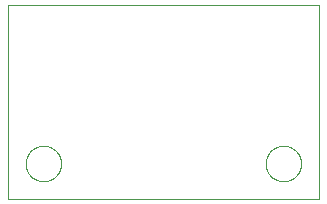
<source format=gbp>
G75*
%MOIN*%
%OFA0B0*%
%FSLAX25Y25*%
%IPPOS*%
%LPD*%
%AMOC8*
5,1,8,0,0,1.08239X$1,22.5*
%
%ADD10C,0.00100*%
%ADD11C,0.00000*%
D10*
X0001350Y0007294D02*
X0001350Y0071861D01*
X0104972Y0071861D01*
X0104972Y0007294D01*
X0001350Y0007294D01*
D11*
X0007255Y0019106D02*
X0007257Y0019259D01*
X0007263Y0019413D01*
X0007273Y0019566D01*
X0007287Y0019718D01*
X0007305Y0019871D01*
X0007327Y0020022D01*
X0007352Y0020173D01*
X0007382Y0020324D01*
X0007416Y0020474D01*
X0007453Y0020622D01*
X0007494Y0020770D01*
X0007539Y0020916D01*
X0007588Y0021062D01*
X0007641Y0021206D01*
X0007697Y0021348D01*
X0007757Y0021489D01*
X0007821Y0021629D01*
X0007888Y0021767D01*
X0007959Y0021903D01*
X0008034Y0022037D01*
X0008111Y0022169D01*
X0008193Y0022299D01*
X0008277Y0022427D01*
X0008365Y0022553D01*
X0008456Y0022676D01*
X0008550Y0022797D01*
X0008648Y0022915D01*
X0008748Y0023031D01*
X0008852Y0023144D01*
X0008958Y0023255D01*
X0009067Y0023363D01*
X0009179Y0023468D01*
X0009293Y0023569D01*
X0009411Y0023668D01*
X0009530Y0023764D01*
X0009652Y0023857D01*
X0009777Y0023946D01*
X0009904Y0024033D01*
X0010033Y0024115D01*
X0010164Y0024195D01*
X0010297Y0024271D01*
X0010432Y0024344D01*
X0010569Y0024413D01*
X0010708Y0024478D01*
X0010848Y0024540D01*
X0010990Y0024598D01*
X0011133Y0024653D01*
X0011278Y0024704D01*
X0011424Y0024751D01*
X0011571Y0024794D01*
X0011719Y0024833D01*
X0011868Y0024869D01*
X0012018Y0024900D01*
X0012169Y0024928D01*
X0012320Y0024952D01*
X0012473Y0024972D01*
X0012625Y0024988D01*
X0012778Y0025000D01*
X0012931Y0025008D01*
X0013084Y0025012D01*
X0013238Y0025012D01*
X0013391Y0025008D01*
X0013544Y0025000D01*
X0013697Y0024988D01*
X0013849Y0024972D01*
X0014002Y0024952D01*
X0014153Y0024928D01*
X0014304Y0024900D01*
X0014454Y0024869D01*
X0014603Y0024833D01*
X0014751Y0024794D01*
X0014898Y0024751D01*
X0015044Y0024704D01*
X0015189Y0024653D01*
X0015332Y0024598D01*
X0015474Y0024540D01*
X0015614Y0024478D01*
X0015753Y0024413D01*
X0015890Y0024344D01*
X0016025Y0024271D01*
X0016158Y0024195D01*
X0016289Y0024115D01*
X0016418Y0024033D01*
X0016545Y0023946D01*
X0016670Y0023857D01*
X0016792Y0023764D01*
X0016911Y0023668D01*
X0017029Y0023569D01*
X0017143Y0023468D01*
X0017255Y0023363D01*
X0017364Y0023255D01*
X0017470Y0023144D01*
X0017574Y0023031D01*
X0017674Y0022915D01*
X0017772Y0022797D01*
X0017866Y0022676D01*
X0017957Y0022553D01*
X0018045Y0022427D01*
X0018129Y0022299D01*
X0018211Y0022169D01*
X0018288Y0022037D01*
X0018363Y0021903D01*
X0018434Y0021767D01*
X0018501Y0021629D01*
X0018565Y0021489D01*
X0018625Y0021348D01*
X0018681Y0021206D01*
X0018734Y0021062D01*
X0018783Y0020916D01*
X0018828Y0020770D01*
X0018869Y0020622D01*
X0018906Y0020474D01*
X0018940Y0020324D01*
X0018970Y0020173D01*
X0018995Y0020022D01*
X0019017Y0019871D01*
X0019035Y0019718D01*
X0019049Y0019566D01*
X0019059Y0019413D01*
X0019065Y0019259D01*
X0019067Y0019106D01*
X0019065Y0018953D01*
X0019059Y0018799D01*
X0019049Y0018646D01*
X0019035Y0018494D01*
X0019017Y0018341D01*
X0018995Y0018190D01*
X0018970Y0018039D01*
X0018940Y0017888D01*
X0018906Y0017738D01*
X0018869Y0017590D01*
X0018828Y0017442D01*
X0018783Y0017296D01*
X0018734Y0017150D01*
X0018681Y0017006D01*
X0018625Y0016864D01*
X0018565Y0016723D01*
X0018501Y0016583D01*
X0018434Y0016445D01*
X0018363Y0016309D01*
X0018288Y0016175D01*
X0018211Y0016043D01*
X0018129Y0015913D01*
X0018045Y0015785D01*
X0017957Y0015659D01*
X0017866Y0015536D01*
X0017772Y0015415D01*
X0017674Y0015297D01*
X0017574Y0015181D01*
X0017470Y0015068D01*
X0017364Y0014957D01*
X0017255Y0014849D01*
X0017143Y0014744D01*
X0017029Y0014643D01*
X0016911Y0014544D01*
X0016792Y0014448D01*
X0016670Y0014355D01*
X0016545Y0014266D01*
X0016418Y0014179D01*
X0016289Y0014097D01*
X0016158Y0014017D01*
X0016025Y0013941D01*
X0015890Y0013868D01*
X0015753Y0013799D01*
X0015614Y0013734D01*
X0015474Y0013672D01*
X0015332Y0013614D01*
X0015189Y0013559D01*
X0015044Y0013508D01*
X0014898Y0013461D01*
X0014751Y0013418D01*
X0014603Y0013379D01*
X0014454Y0013343D01*
X0014304Y0013312D01*
X0014153Y0013284D01*
X0014002Y0013260D01*
X0013849Y0013240D01*
X0013697Y0013224D01*
X0013544Y0013212D01*
X0013391Y0013204D01*
X0013238Y0013200D01*
X0013084Y0013200D01*
X0012931Y0013204D01*
X0012778Y0013212D01*
X0012625Y0013224D01*
X0012473Y0013240D01*
X0012320Y0013260D01*
X0012169Y0013284D01*
X0012018Y0013312D01*
X0011868Y0013343D01*
X0011719Y0013379D01*
X0011571Y0013418D01*
X0011424Y0013461D01*
X0011278Y0013508D01*
X0011133Y0013559D01*
X0010990Y0013614D01*
X0010848Y0013672D01*
X0010708Y0013734D01*
X0010569Y0013799D01*
X0010432Y0013868D01*
X0010297Y0013941D01*
X0010164Y0014017D01*
X0010033Y0014097D01*
X0009904Y0014179D01*
X0009777Y0014266D01*
X0009652Y0014355D01*
X0009530Y0014448D01*
X0009411Y0014544D01*
X0009293Y0014643D01*
X0009179Y0014744D01*
X0009067Y0014849D01*
X0008958Y0014957D01*
X0008852Y0015068D01*
X0008748Y0015181D01*
X0008648Y0015297D01*
X0008550Y0015415D01*
X0008456Y0015536D01*
X0008365Y0015659D01*
X0008277Y0015785D01*
X0008193Y0015913D01*
X0008111Y0016043D01*
X0008034Y0016175D01*
X0007959Y0016309D01*
X0007888Y0016445D01*
X0007821Y0016583D01*
X0007757Y0016723D01*
X0007697Y0016864D01*
X0007641Y0017006D01*
X0007588Y0017150D01*
X0007539Y0017296D01*
X0007494Y0017442D01*
X0007453Y0017590D01*
X0007416Y0017738D01*
X0007382Y0017888D01*
X0007352Y0018039D01*
X0007327Y0018190D01*
X0007305Y0018341D01*
X0007287Y0018494D01*
X0007273Y0018646D01*
X0007263Y0018799D01*
X0007257Y0018953D01*
X0007255Y0019106D01*
X0087255Y0019106D02*
X0087257Y0019259D01*
X0087263Y0019413D01*
X0087273Y0019566D01*
X0087287Y0019718D01*
X0087305Y0019871D01*
X0087327Y0020022D01*
X0087352Y0020173D01*
X0087382Y0020324D01*
X0087416Y0020474D01*
X0087453Y0020622D01*
X0087494Y0020770D01*
X0087539Y0020916D01*
X0087588Y0021062D01*
X0087641Y0021206D01*
X0087697Y0021348D01*
X0087757Y0021489D01*
X0087821Y0021629D01*
X0087888Y0021767D01*
X0087959Y0021903D01*
X0088034Y0022037D01*
X0088111Y0022169D01*
X0088193Y0022299D01*
X0088277Y0022427D01*
X0088365Y0022553D01*
X0088456Y0022676D01*
X0088550Y0022797D01*
X0088648Y0022915D01*
X0088748Y0023031D01*
X0088852Y0023144D01*
X0088958Y0023255D01*
X0089067Y0023363D01*
X0089179Y0023468D01*
X0089293Y0023569D01*
X0089411Y0023668D01*
X0089530Y0023764D01*
X0089652Y0023857D01*
X0089777Y0023946D01*
X0089904Y0024033D01*
X0090033Y0024115D01*
X0090164Y0024195D01*
X0090297Y0024271D01*
X0090432Y0024344D01*
X0090569Y0024413D01*
X0090708Y0024478D01*
X0090848Y0024540D01*
X0090990Y0024598D01*
X0091133Y0024653D01*
X0091278Y0024704D01*
X0091424Y0024751D01*
X0091571Y0024794D01*
X0091719Y0024833D01*
X0091868Y0024869D01*
X0092018Y0024900D01*
X0092169Y0024928D01*
X0092320Y0024952D01*
X0092473Y0024972D01*
X0092625Y0024988D01*
X0092778Y0025000D01*
X0092931Y0025008D01*
X0093084Y0025012D01*
X0093238Y0025012D01*
X0093391Y0025008D01*
X0093544Y0025000D01*
X0093697Y0024988D01*
X0093849Y0024972D01*
X0094002Y0024952D01*
X0094153Y0024928D01*
X0094304Y0024900D01*
X0094454Y0024869D01*
X0094603Y0024833D01*
X0094751Y0024794D01*
X0094898Y0024751D01*
X0095044Y0024704D01*
X0095189Y0024653D01*
X0095332Y0024598D01*
X0095474Y0024540D01*
X0095614Y0024478D01*
X0095753Y0024413D01*
X0095890Y0024344D01*
X0096025Y0024271D01*
X0096158Y0024195D01*
X0096289Y0024115D01*
X0096418Y0024033D01*
X0096545Y0023946D01*
X0096670Y0023857D01*
X0096792Y0023764D01*
X0096911Y0023668D01*
X0097029Y0023569D01*
X0097143Y0023468D01*
X0097255Y0023363D01*
X0097364Y0023255D01*
X0097470Y0023144D01*
X0097574Y0023031D01*
X0097674Y0022915D01*
X0097772Y0022797D01*
X0097866Y0022676D01*
X0097957Y0022553D01*
X0098045Y0022427D01*
X0098129Y0022299D01*
X0098211Y0022169D01*
X0098288Y0022037D01*
X0098363Y0021903D01*
X0098434Y0021767D01*
X0098501Y0021629D01*
X0098565Y0021489D01*
X0098625Y0021348D01*
X0098681Y0021206D01*
X0098734Y0021062D01*
X0098783Y0020916D01*
X0098828Y0020770D01*
X0098869Y0020622D01*
X0098906Y0020474D01*
X0098940Y0020324D01*
X0098970Y0020173D01*
X0098995Y0020022D01*
X0099017Y0019871D01*
X0099035Y0019718D01*
X0099049Y0019566D01*
X0099059Y0019413D01*
X0099065Y0019259D01*
X0099067Y0019106D01*
X0099065Y0018953D01*
X0099059Y0018799D01*
X0099049Y0018646D01*
X0099035Y0018494D01*
X0099017Y0018341D01*
X0098995Y0018190D01*
X0098970Y0018039D01*
X0098940Y0017888D01*
X0098906Y0017738D01*
X0098869Y0017590D01*
X0098828Y0017442D01*
X0098783Y0017296D01*
X0098734Y0017150D01*
X0098681Y0017006D01*
X0098625Y0016864D01*
X0098565Y0016723D01*
X0098501Y0016583D01*
X0098434Y0016445D01*
X0098363Y0016309D01*
X0098288Y0016175D01*
X0098211Y0016043D01*
X0098129Y0015913D01*
X0098045Y0015785D01*
X0097957Y0015659D01*
X0097866Y0015536D01*
X0097772Y0015415D01*
X0097674Y0015297D01*
X0097574Y0015181D01*
X0097470Y0015068D01*
X0097364Y0014957D01*
X0097255Y0014849D01*
X0097143Y0014744D01*
X0097029Y0014643D01*
X0096911Y0014544D01*
X0096792Y0014448D01*
X0096670Y0014355D01*
X0096545Y0014266D01*
X0096418Y0014179D01*
X0096289Y0014097D01*
X0096158Y0014017D01*
X0096025Y0013941D01*
X0095890Y0013868D01*
X0095753Y0013799D01*
X0095614Y0013734D01*
X0095474Y0013672D01*
X0095332Y0013614D01*
X0095189Y0013559D01*
X0095044Y0013508D01*
X0094898Y0013461D01*
X0094751Y0013418D01*
X0094603Y0013379D01*
X0094454Y0013343D01*
X0094304Y0013312D01*
X0094153Y0013284D01*
X0094002Y0013260D01*
X0093849Y0013240D01*
X0093697Y0013224D01*
X0093544Y0013212D01*
X0093391Y0013204D01*
X0093238Y0013200D01*
X0093084Y0013200D01*
X0092931Y0013204D01*
X0092778Y0013212D01*
X0092625Y0013224D01*
X0092473Y0013240D01*
X0092320Y0013260D01*
X0092169Y0013284D01*
X0092018Y0013312D01*
X0091868Y0013343D01*
X0091719Y0013379D01*
X0091571Y0013418D01*
X0091424Y0013461D01*
X0091278Y0013508D01*
X0091133Y0013559D01*
X0090990Y0013614D01*
X0090848Y0013672D01*
X0090708Y0013734D01*
X0090569Y0013799D01*
X0090432Y0013868D01*
X0090297Y0013941D01*
X0090164Y0014017D01*
X0090033Y0014097D01*
X0089904Y0014179D01*
X0089777Y0014266D01*
X0089652Y0014355D01*
X0089530Y0014448D01*
X0089411Y0014544D01*
X0089293Y0014643D01*
X0089179Y0014744D01*
X0089067Y0014849D01*
X0088958Y0014957D01*
X0088852Y0015068D01*
X0088748Y0015181D01*
X0088648Y0015297D01*
X0088550Y0015415D01*
X0088456Y0015536D01*
X0088365Y0015659D01*
X0088277Y0015785D01*
X0088193Y0015913D01*
X0088111Y0016043D01*
X0088034Y0016175D01*
X0087959Y0016309D01*
X0087888Y0016445D01*
X0087821Y0016583D01*
X0087757Y0016723D01*
X0087697Y0016864D01*
X0087641Y0017006D01*
X0087588Y0017150D01*
X0087539Y0017296D01*
X0087494Y0017442D01*
X0087453Y0017590D01*
X0087416Y0017738D01*
X0087382Y0017888D01*
X0087352Y0018039D01*
X0087327Y0018190D01*
X0087305Y0018341D01*
X0087287Y0018494D01*
X0087273Y0018646D01*
X0087263Y0018799D01*
X0087257Y0018953D01*
X0087255Y0019106D01*
M02*

</source>
